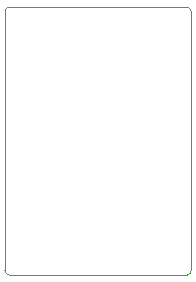
<source format=gbr>
%TF.GenerationSoftware,KiCad,Pcbnew,8.0.5*%
%TF.CreationDate,2025-07-05T11:02:36+01:00*%
%TF.ProjectId,sdrr wifi rev a,73647272-2077-4696-9669-207265762061,rev?*%
%TF.SameCoordinates,Original*%
%TF.FileFunction,Profile,NP*%
%FSLAX46Y46*%
G04 Gerber Fmt 4.6, Leading zero omitted, Abs format (unit mm)*
G04 Created by KiCad (PCBNEW 8.0.5) date 2025-07-05 11:02:36*
%MOMM*%
%LPD*%
G01*
G04 APERTURE LIST*
%TA.AperFunction,Profile*%
%ADD10C,0.050000*%
%TD*%
G04 APERTURE END LIST*
D10*
X48869600Y-50901600D02*
G75*
G02*
X49250600Y-50520600I381000J0D01*
G01*
X49250600Y-73202800D02*
G75*
G02*
X48869600Y-72821800I0J381000D01*
G01*
X49250600Y-50520600D02*
X64262000Y-50520600D01*
X64643000Y-72821800D02*
G75*
G02*
X64262000Y-73202800I-381000J0D01*
G01*
X64643000Y-72821800D02*
X64643000Y-50901600D01*
X49250600Y-73202800D02*
X64262000Y-73202800D01*
X48869600Y-72821800D02*
X48869600Y-50901600D01*
X64262000Y-50520600D02*
G75*
G02*
X64643000Y-50901600I0J-381000D01*
G01*
M02*

</source>
